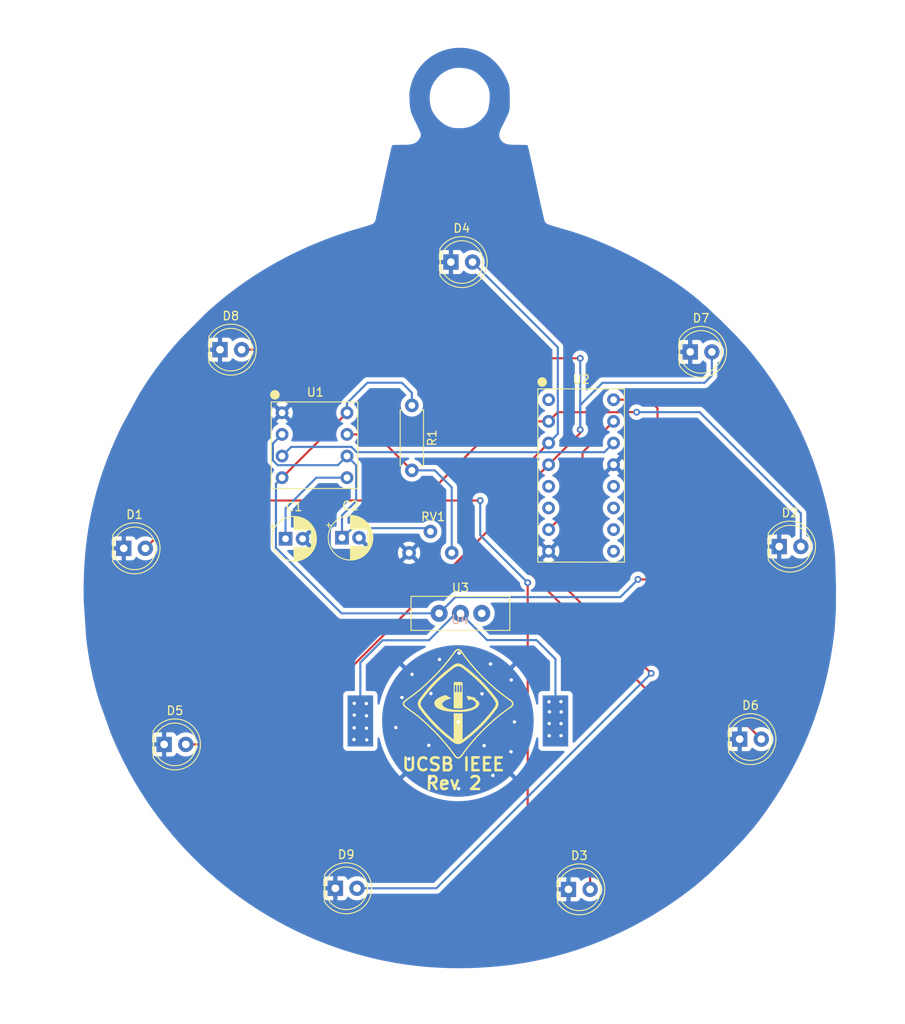
<source format=kicad_pcb>
(kicad_pcb (version 20211014) (generator pcbnew)
  (title_block (title "IEEE Ball ornament") (date "2022-08-12") (rev "1"))
  (layers (0 "F.Cu" signal) (31 "B.Cu" signal) (34 "B.Paste" user) (35 "F.Paste" user) (36 "B.SilkS" user "B.Silkscreen") (37 "F.SilkS" user "F.Silkscreen") (38 "B.Mask" user) (39 "F.Mask" user) (44 "Edge.Cuts" user))
  (net 0 "")
  (net 1 "GND")
  (net 2 "Net-(C1-Pad1)")
  (net 3 "Net-(C2-Pad1)")
  (net 4 "Net-(D1-Pad2)")
  (net 5 "Net-(D4-Pad2)")
  (net 6 "Net-(D7-Pad2)")
  (net 7 "Net-(R1-Pad2)")
  (net 8 "Signal")
  (net 9 "Net-(U3-Pad2)")
  (net 10 "Net-(U2-Pad15)")
  (net 11 "+3.3V")
  (footprint "Capacitor_THT:CP_Radial_D5.0mm_P2.00mm" (layer "F.Cu") (at 114.407 96.142)
    (fp_text reference "C1" (at 1 -3.75) (layer "F.SilkS"))
    (fp_text value "0.01 uF")
    (pad "1" thru_hole rect locked (at 0 0) (size 1.6 1.6) (drill 0.8) (layers *.Cu *.Mask) (net 2 "Net-(C1-Pad1)"))
    (pad "2" thru_hole circle locked (at 2 0) (size 1.6 1.6) (drill 0.8) (layers *.Cu *.Mask) (net 1 "GND"))
  )
  (footprint "Capacitor_THT:CP_Radial_D5.0mm_P2.00mm" (layer "F.Cu") (at 121.033 96.022)
    (fp_text reference "C2" (at 1 -3.75) (layer "F.SilkS"))
    (fp_text value "10 uF")
    (pad "1" thru_hole rect locked (at 0 0) (size 1.6 1.6) (drill 0.8) (layers *.Cu *.Mask) (net 3 "Net-(C2-Pad1)"))
    (pad "2" thru_hole circle locked (at 2 0) (size 1.6 1.6) (drill 0.8) (layers *.Cu *.Mask) (net 1 "GND"))
  )
  (footprint "LED_THT:LED_D5.0mm_Clear" (layer "F.Cu") (at 95.414 97.266)
    (fp_text reference "D1" (at 1.27 -3.96) (layer "F.SilkS"))
    (fp_text value "YELLOW")
    (pad "1" thru_hole rect locked (at 0 0) (size 1.8 1.8) (drill 0.9) (layers *.Cu *.Mask) (net 1 "GND"))
    (pad "2" thru_hole circle locked (at 2.54 0) (size 1.8 1.8) (drill 0.9) (layers *.Cu *.Mask) (net 4 "Net-(D1-Pad2)"))
  )
  (footprint "LED_THT:LED_D5.0mm_Clear" (layer "F.Cu") (at 172.35 97.061)
    (fp_text reference "D2" (at 1.27 -3.96) (layer "F.SilkS"))
    (fp_text value "YELLOW")
    (pad "1" thru_hole rect locked (at 0 0) (size 1.8 1.8) (drill 0.9) (layers *.Cu *.Mask) (net 1 "GND"))
    (pad "2" thru_hole circle locked (at 2.54 0) (size 1.8 1.8) (drill 0.9) (layers *.Cu *.Mask) (net 4 "Net-(D1-Pad2)"))
  )
  (footprint "LED_THT:LED_D5.0mm_Clear" (layer "F.Cu") (at 147.616 137.286)
    (fp_text reference "D3" (at 1.27 -3.96) (layer "F.SilkS"))
    (fp_text value "YELLOW")
    (pad "1" thru_hole rect locked (at 0 0) (size 1.8 1.8) (drill 0.9) (layers *.Cu *.Mask) (net 1 "GND"))
    (pad "2" thru_hole circle locked (at 2.54 0) (size 1.8 1.8) (drill 0.9) (layers *.Cu *.Mask) (net 4 "Net-(D1-Pad2)"))
  )
  (footprint "LED_THT:LED_D5.0mm_Clear" (layer "F.Cu") (at 133.816 63.669)
    (fp_text reference "D4" (at 1.27 -3.96) (layer "F.SilkS"))
    (fp_text value "RED")
    (pad "1" thru_hole rect locked (at 0 0) (size 1.8 1.8) (drill 0.9) (layers *.Cu *.Mask) (net 1 "GND"))
    (pad "2" thru_hole circle locked (at 2.54 0) (size 1.8 1.8) (drill 0.9) (layers *.Cu *.Mask) (net 5 "Net-(D4-Pad2)"))
  )
  (footprint "LED_THT:LED_D5.0mm_Clear" (layer "F.Cu") (at 100.16 120.276)
    (fp_text reference "D5" (at 1.27 -3.96) (layer "F.SilkS"))
    (fp_text value "RED")
    (pad "1" thru_hole rect locked (at 0 0) (size 1.8 1.8) (drill 0.9) (layers *.Cu *.Mask) (net 1 "GND"))
    (pad "2" thru_hole circle locked (at 2.54 0) (size 1.8 1.8) (drill 0.9) (layers *.Cu *.Mask) (net 5 "Net-(D4-Pad2)"))
  )
  (footprint "LED_THT:LED_D5.0mm_Clear" (layer "F.Cu") (at 167.708 119.659)
    (fp_text reference "D6" (at 1.27 -3.96) (layer "F.SilkS"))
    (fp_text value "RED")
    (pad "1" thru_hole rect locked (at 0 0) (size 1.8 1.8) (drill 0.9) (layers *.Cu *.Mask) (net 1 "GND"))
    (pad "2" thru_hole circle locked (at 2.54 0) (size 1.8 1.8) (drill 0.9) (layers *.Cu *.Mask) (net 5 "Net-(D4-Pad2)"))
  )
  (footprint "LED_THT:LED_D5.0mm_Clear" (layer "F.Cu") (at 161.906 74.214)
    (fp_text reference "D7" (at 1.27 -3.96) (layer "F.SilkS"))
    (fp_text value "RED")
    (pad "1" thru_hole rect locked (at 0 0) (size 1.8 1.8) (drill 0.9) (layers *.Cu *.Mask) (net 1 "GND"))
    (pad "2" thru_hole circle locked (at 2.54 0) (size 1.8 1.8) (drill 0.9) (layers *.Cu *.Mask) (net 6 "Net-(D7-Pad2)"))
  )
  (footprint "LED_THT:LED_D5.0mm_Clear" (layer "F.Cu") (at 106.713 73.949)
    (fp_text reference "D8" (at 1.27 -3.96) (layer "F.SilkS"))
    (fp_text value "RED")
    (pad "1" thru_hole rect locked (at 0 0) (size 1.8 1.8) (drill 0.9) (layers *.Cu *.Mask) (net 1 "GND"))
    (pad "2" thru_hole circle locked (at 2.54 0) (size 1.8 1.8) (drill 0.9) (layers *.Cu *.Mask) (net 6 "Net-(D7-Pad2)"))
  )
  (footprint "LED_THT:LED_D5.0mm_Clear" (layer "F.Cu") (at 120.252 137.163)
    (fp_text reference "D9" (at 1.27 -3.96) (layer "F.SilkS"))
    (fp_text value "RED")
    (pad "1" thru_hole rect locked (at 0 0) (size 1.8 1.8) (drill 0.9) (layers *.Cu *.Mask) (net 1 "GND"))
    (pad "2" thru_hole circle locked (at 2.54 0) (size 1.8 1.8) (drill 0.9) (layers *.Cu *.Mask) (net 6 "Net-(D7-Pad2)"))
  )
  (footprint "Resistor_THT:R_Axial_DIN0207_L6.3mm_D2.5mm_P7.62mm_Horizontal" (layer "F.Cu") (at 129.232 80.495 -90)
    (fp_text reference "R1" (at 3.81 -2.37 -90) (layer "F.SilkS"))
    (fp_text value "1K")
    (pad "1" thru_hole circle (at 0 0 270) (size 1.6 1.6) (drill 0.8) (layers *.Cu *.Mask) (net 11 "+3.3V"))
    (pad "2" thru_hole oval (at 7.62 0 270) (size 1.6 1.6) (drill 0.8) (layers *.Cu *.Mask) (net 7 "Net-(R1-Pad2)"))
  )
  (footprint "IEEE_Ornament:CT6EP504" (layer "F.Cu") (at 131.412 97.796)
    (fp_text reference "RV1" (at 0.3175 -4.232) (layer "F.SilkS"))
    (fp_text value "R_Potentiometer_US")
    (pad "1" thru_hole circle locked (at 2.5 0) (size 1.6 1.6) (drill 0.8) (layers *.Cu *.Mask) (net 7 "Net-(R1-Pad2)"))
    (pad "2" thru_hole circle locked (at 0 -2.5) (size 1.6 1.6) (drill 0.8) (layers *.Cu *.Mask) (net 3 "Net-(C2-Pad1)"))
    (pad "3" thru_hole circle locked (at -2.5 0) (size 1.6 1.6) (drill 0.8) (layers *.Cu *.Mask) (net 1 "GND"))
  )
  (footprint "IEEE_Ornament:555" (layer "F.Cu") (at 113.998 81.354)
    (fp_text reference "U1" (at 3.91 -2.41) (layer "F.SilkS"))
    (fp_text value "555")
    (pad "1" thru_hole circle locked (at 0 0) (size 1.5 1.5) (drill 0.8) (layers *.Cu *.Mask) (net 1 "GND"))
    (pad "2" thru_hole circle locked (at 0 2.54) (size 1.5 1.5) (drill 0.8) (layers *.Cu *.Mask) (net 3 "Net-(C2-Pad1)"))
    (pad "3" thru_hole circle locked (at 0 5.08) (size 1.5 1.5) (drill 0.8) (layers *.Cu *.Mask) (net 8 "Signal"))
    (pad "4" thru_hole circle locked (at 0 7.62) (size 1.5 1.5) (drill 0.8) (layers *.Cu *.Mask) (net 11 "+3.3V"))
    (pad "5" thru_hole circle locked (at 7.62 7.62) (size 1.5 1.5) (drill 0.8) (layers *.Cu *.Mask) (net 2 "Net-(C1-Pad1)"))
    (pad "6" thru_hole circle locked (at 7.62 5.08) (size 1.5 1.5) (drill 0.8) (layers *.Cu *.Mask) (net 3 "Net-(C2-Pad1)"))
    (pad "7" thru_hole circle locked (at 7.62 2.54) (size 1.5 1.5) (drill 0.8) (layers *.Cu *.Mask) (net 7 "Net-(R1-Pad2)"))
    (pad "8" thru_hole circle locked (at 7.62 0) (size 1.5 1.5) (drill 0.8) (layers *.Cu *.Mask) (net 11 "+3.3V"))
  )
  (footprint "IEEE_Ornament:4017" (layer "F.Cu") (at 145.288 79.826)
    (fp_text reference "U2" (at 3.82 -2.39) (layer "F.SilkS"))
    (fp_text value "4017")
    (pad "1" thru_hole circle locked (at 0 0) (size 1.5 1.5) (drill 0.8) (layers *.Cu *.Mask))
    (pad "2" thru_hole circle locked (at 0 2.54) (size 1.5 1.5) (drill 0.8) (layers *.Cu *.Mask) (net 4 "Net-(D1-Pad2)"))
    (pad "3" thru_hole circle locked (at 0 5.08) (size 1.5 1.5) (drill 0.8) (layers *.Cu *.Mask) (net 5 "Net-(D4-Pad2)"))
    (pad "4" thru_hole circle locked (at 0 7.62) (size 1.5 1.5) (drill 0.8) (layers *.Cu *.Mask) (net 6 "Net-(D7-Pad2)"))
    (pad "5" thru_hole circle locked (at 0 10.16) (size 1.5 1.5) (drill 0.8) (layers *.Cu *.Mask))
    (pad "6" thru_hole circle locked (at 0 12.7) (size 1.5 1.5) (drill 0.8) (layers *.Cu *.Mask))
    (pad "7" thru_hole circle locked (at 0 15.24) (size 1.5 1.5) (drill 0.8) (layers *.Cu *.Mask) (net 10 "Net-(U2-Pad15)"))
    (pad "8" thru_hole circle locked (at 0 17.78) (size 1.5 1.5) (drill 0.8) (layers *.Cu *.Mask) (net 1 "GND"))
    (pad "9" thru_hole circle locked (at 7.62 17.78) (size 1.5 1.5) (drill 0.8) (layers *.Cu *.Mask))
    (pad "10" thru_hole circle locked (at 7.62 15.24) (size 1.5 1.5) (drill 0.8) (layers *.Cu *.Mask))
    (pad "11" thru_hole circle locked (at 7.62 12.7) (size 1.5 1.5) (drill 0.8) (layers *.Cu *.Mask))
    (pad "12" thru_hole circle locked (at 7.62 10.16) (size 1.5 1.5) (drill 0.8) (layers *.Cu *.Mask))
    (pad "13" thru_hole circle locked (at 7.62 7.62) (size 1.5 1.5) (drill 0.8) (layers *.Cu *.Mask) (net 1 "GND"))
    (pad "14" thru_hole circle locked (at 7.62 5.08) (size 1.5 1.5) (drill 0.8) (layers *.Cu *.Mask) (net 8 "Signal"))
    (pad "15" thru_hole circle locked (at 7.62 2.54) (size 1.5 1.5) (drill 0.8) (layers *.Cu *.Mask) (net 10 "Net-(U2-Pad15)"))
    (pad "16" thru_hole circle locked (at 7.62 0) (size 1.5 1.5) (drill 0.8) (layers *.Cu *.Mask) (net 11 "+3.3V"))
  )
  (footprint "IEEE_Ornament:EG1218" (layer "F.Cu") (at 134.936 104.897)
    (fp_text reference "U3" (at 0 -3) (layer "F.SilkS"))
    (fp_text value "EG1218")
    (pad "1" thru_hole circle locked (at -2.5 0) (size 2 2) (drill 0.9) (layers *.Cu *.Mask) (net 11 "+3.3V"))
    (pad "2" thru_hole circle locked (at 0 0) (size 2 2) (drill 0.9) (layers *.Cu *.Mask) (net 9 "Net-(U3-Pad2)"))
    (pad "3" thru_hole circle locked (at 2.5 0) (size 2 2) (drill 0.9) (layers *.Cu *.Mask))
  )
  (footprint "IEEE_Ornament:CR2025TR" (layer "F.Cu") (at 134.637 117.525)
    (fp_text reference "U4" (at 0.23 -11.89) (layer "B.SilkS"))
    (fp_text value "CR2025TR")
    (pad "1" smd rect (at -11.45 0) (size 3 6) (layers "B.Cu" "B.Paste" "B.Mask") (net 9 "Net-(U3-Pad2)"))
    (pad "1" smd rect (at 11.45 0) (size 3 6) (layers "B.Cu" "B.Paste" "B.Mask") (net 9 "Net-(U3-Pad2)"))
    (pad "2" smd circle (at 0 0) (size 17.8 17.8) (layers "B.Cu" "B.Paste" "B.Mask") (net 1 "GND"))
  )
  (footprint "OrnamentOutlines:BallOrnament" (layer "F.Cu") (at 132.213 107.473)
    (fp_text reference "REF**" hide)
    (fp_text value "BallOrnament")
    (fp_line (start 47.311624 -6.000966) (end 47.301313 -2.921115) (layer "Edge.Cuts") (width 0.0045))
    (fp_line (start -8.820676 -48.402761) (end -8.467621 -48.505601) (layer "Edge.Cuts") (width 0.0045))
    (fp_line (start -3.687673 -61.856649) (end -3.755764 -62.600458) (layer "Edge.Cuts") (width 0.0045))
    (fp_line (start 13.207101 -48.702294) (end 13.613836 -48.566611) (layer "Edge.Cuts") (width 0.0045))
    (fp_line (start 32.152431 28.46695) (end 30.554324 29.838632) (layer "Edge.Cuts") (width 0.0045))
    (fp_line (start -38.800022 11.68198) (end -40.163752 7.856103) (layer "Edge.Cuts") (width 0.0045))
    (fp_line (start -8.151481 -48.60914) (end -7.891355 -48.703901) (layer "Edge.Cuts") (width 0.0045))
    (fp_line (start -3.060734 -60.105568) (end -3.39841 -60.816062) (layer "Edge.Cuts") (width 0.0045))
    (fp_line (start -5.024154 -58.058494) (end -4.28971 -58.06802) (layer "Edge.Cuts") (width 0.0045))
    (fp_line (start -2.62635 -59.200694) (end -2.825094 -59.628918) (layer "Edge.Cuts") (width 0.0045))
    (fp_line (start 31.95213 -38.924481) (end 33.74873 -37.225117) (layer "Edge.Cuts") (width 0.0045))
    (fp_line (start 8.589911 -65.541554) (end 8.832224 -64.954086) (layer "Edge.Cuts") (width 0.0045))
    (fp_line (start 35.504009 -35.466226) (end 36.774789 -34.06802) (layer "Edge.Cuts") (width 0.0045))
    (fp_line (start -8.467621 -48.505601) (end -8.151481 -48.60914) (layer "Edge.Cuts") (width 0.0045))
    (fp_line (start 30.554324 -40.123836) (end 31.95213 -38.924481) (layer "Edge.Cuts") (width 0.0045))
    (fp_line (start 13.613836 -48.566611) (end 14.099911 -48.415381) (layer "Edge.Cuts") (width 0.0045))
    (fp_line (start 34.195878 26.503465) (end 32.152431 28.46695) (layer "Edge.Cuts") (width 0.0045))
    (fp_line (start 11.738762 -54.863157) (end 12.095276 -53.186727) (layer "Edge.Cuts") (width 0.0045))
    (fp_line (start -41.728935 0.191324) (end -42.002091 -4.002493) (layer "Edge.Cuts") (width 0.0045))
    (fp_line (start 8.893505 -58.079251) (end 9.55976 -58.06802) (layer "Edge.Cuts") (width 0.0045))
    (fp_line (start -7.462036 -50.097273) (end -7.146895 -51.512866) (layer "Edge.Cuts") (width 0.0045))
    (fp_line (start -6.79459 -53.173363) (end -6.439347 -54.846816) (layer "Edge.Cuts") (width 0.0045))
    (fp_line (start 8.785532 -60.968137) (end 8.391824 -60.14983) (layer "Edge.Cuts") (width 0.0045))
    (fp_line (start 47.301313 -2.921115) (end 47.153342 -0.618019) (layer "Edge.Cuts") (width 0.0045))
    (fp_line (start 9.012281 -63.939481) (end 9.027848 -63.000065) (layer "Edge.Cuts") (width 0.0045))
    (fp_line (start -7.146895 -51.512866) (end -6.79459 -53.173363) (layer "Edge.Cuts") (width 0.0045))
    (fp_line (start -4.28971 -58.06802) (end -3.635136 -58.07968) (layer "Edge.Cuts") (width 0.0045))
    (fp_line (start 12.095276 -53.186727) (end 12.449424 -51.522319) (layer "Edge.Cuts") (width 0.0045))
    (fp_line (start -37.468291 -24.84302) (end -35.421592 -28.577318) (layer "Edge.Cuts") (width 0.0045))
    (fp_line (start 9.55976 -58.06802) (end 10.306671 -58.058543) (layer "Edge.Cuts") (width 0.0045))
    (fp_line (start 8.391824 -60.14983) (end 7.935908 -59.225186) (layer "Edge.Cuts") (width 0.0045))
    (fp_line (start 12.766398 -50.103139) (end 13.05386 -48.860193) (layer "Edge.Cuts") (width 0.0045))
    (fp_line (start 33.74873 -37.225117) (end 35.504009 -35.466226) (layer "Edge.Cuts") (width 0.0045))
    (fp_line (start -7.747861 -48.856924) (end -7.462036 -50.097273) (layer "Edge.Cuts") (width 0.0045))
    (fp_line (start 11.125972 -57.569356) (end 11.414246 -56.321098) (layer "Edge.Cuts") (width 0.0045))
    (fp_line (start 11.414246 -56.321098) (end 11.738762 -54.863157) (layer "Edge.Cuts") (width 0.0045))
    (fp_line (start 9.027848 -63.000065) (end 9.012947 -61.974365) (layer "Edge.Cuts") (width 0.0045))
    (fp_line (start -3.755764 -62.600458) (end -3.781833 -63.305302) (layer "Edge.Cuts") (width 0.0045))
    (fp_line (start -6.439347 -54.846816) (end -6.114898 -56.304167) (layer "Edge.Cuts") (width 0.0045))
    (fp_line (start 12.449424 -51.522319) (end 12.766398 -50.103139) (layer "Edge.Cuts") (width 0.0045))
    (fp_line (start -2.467985 -58.837782) (end -2.62635 -59.200694) (layer "Edge.Cuts") (width 0.0045))
    (fp_line (start -3.674132 -64.341014) (end -3.514332 -64.940487) (layer "Edge.Cuts") (width 0.0045))
    (fp_line (start 37.507318 22.931981) (end 36.164082 24.482613) (layer "Edge.Cuts") (width 0.0045))
    (fp_line (start -30.574633 -35.072939) (end -27.570676 -38.107152) (layer "Edge.Cuts") (width 0.0045))
    (fp_line (start 36.164082 24.482613) (end 34.195878 26.503465) (layer "Edge.Cuts") (width 0.0045))
    (fp_line (start 14.099911 -48.415381) (end 14.654324 -48.256324) (layer "Edge.Cuts") (width 0.0045))
    (fp_line (start -2.825094 -59.628918) (end -3.060734 -60.105568) (layer "Edge.Cuts") (width 0.0045))
    (fp_line (start 47.210995 -9.046182) (end 47.311624 -6.000966) (layer "Edge.Cuts") (width 0.0045))
    (fp_line (start -6.114898 -56.304167) (end -5.826658 -57.549692) (layer "Edge.Cuts") (width 0.0045))
    (fp_arc (start -2.526256 -58.539773) (mid -2.56876 -58.480141) (end -2.615006 -58.423361) (layer "Edge.Cuts") (width 0.0045))
    (fp_arc (start 4.917105 -65.044703) (mid 5.116667 -64.804808) (end 5.298841 -64.551456) (layer "Edge.Cuts") (width 0.0045))
    (fp_arc (start 5.517828 -64.102099) (mid 5.598748 -63.786925) (end 5.636556 -63.463733) (layer "Edge.Cuts") (width 0.0045))
    (fp_arc (start 1.70708 -60.128539) (mid 1.428375 -60.232158) (end 1.166591 -60.373162) (layer "Edge.Cuts") (width 0.0045))
    (fp_arc (start -7.747862 -48.856924) (mid -7.769545 -48.80225) (end -7.806395 -48.756408) (layer "Edge.Cuts") (width 0.0045))
    (fp_arc (start 10.903774 -57.934905) (mid 10.983602 -57.871039) (end 11.04352 -57.788205) (layer "Edge.Cuts") (width 0.0045))
    (fp_arc (start 2.100461 -69.440593) (mid 3.389267 -69.426119) (end 4.651569 -69.165685) (layer "Edge.Cuts") (width 0.0045))
    (fp_arc (start 8.956329 -64.489252) (mid 8.993824 -64.215335) (end 9.012281 -63.939481) (layer "Edge.Cuts") (width 0.0045))
    (fp_arc (start 9.012947 -61.974365) (mid 8.992508 -61.710746) (end 8.947213 -61.450245) (layer "Edge.Cuts") (width 0.0045))
    (fp_arc (start 5.871396 -68.63289) (mid 6.433254 -68.265587) (end 6.951425 -67.838863) (layer "Edge.Cuts") (width 0.0045))
    (fp_arc (start -3.583216 -61.330498) (mid -3.645408 -61.591595) (end -3.687673 -61.856649) (layer "Edge.Cuts") (width 0.0045))
    (fp_arc (start 26.362759 32.79281) (mid 24.148886 34.090615) (end 21.866131 35.263031) (layer "Edge.Cuts") (width 0.0045))
    (fp_arc (start 11.04352 -57.788205) (mid 11.091922 -57.681484) (end 11.125972 -57.569356) (layer "Edge.Cuts") (width 0.0045))
    (fp_arc (start 4.78421 -60.872456) (mid 4.531951 -60.652603) (end 4.258822 -60.45929) (layer "Edge.Cuts") (width 0.0045))
    (fp_arc (start 0.149712 -61.313559) (mid -0.024261 -61.578645) (end -0.163507 -61.86351) (layer "Edge.Cuts") (width 0.0045))
    (fp_arc (start 12.365622 38.548373) (mid 10.259437 38.954014) (end 8.13584 39.255504) (layer "Edge.Cuts") (width 0.0045))
    (fp_arc (start -2.719987 -58.316268) (mid -2.814526 -58.246079) (end -2.920814 -58.195415) (layer "Edge.Cuts") (width 0.0045))
    (fp_arc (start 13.207101 -48.702294) (mid 13.157292 -48.725321) (end 13.113302 -48.758127) (layer "Edge.Cuts") (width 0.0045))
    (fp_arc (start -23.4782 -41.456482) (mid -21.258814 -42.951967) (end -18.953025 -44.310453) (layer "Edge.Cuts") (width 0.0045))
    (fp_arc (start 46.01791 5.790707) (mid 45.133097 8.86545) (end 44.028275 11.868167) (layer "Edge.Cuts") (width 0.0045))
    (fp_arc (start -35.421592 -28.577318) (mid -34.330678 -30.287194) (end -33.157697 -31.94185) (layer "Edge.Cuts") (width 0.0045))
    (fp_arc (start -0.627 39.473447) (mid -2.742594 39.277999) (end -4.845676 38.976359) (layer "Edge.Cuts") (width 0.0045))
    (fp_arc (start 3.698435 -60.184012) (mid 3.412669 -60.100365) (end 3.118656 -60.053293) (layer "Edge.Cuts") (width 0.0045))
    (fp_arc (start 10.306671 -58.058542) (mid 10.496119 -58.046098) (end 10.683951 -58.018444) (layer "Edge.Cuts") (width 0.0045))
    (fp_arc (start -42.002092 -4.002493) (mid -41.99507 -6.777361) (end -41.833978 -9.547558) (layer "Edge.Cuts") (width 0.0045))
    (fp_arc (start -33.157696 -31.94185) (mid -31.904311 -33.538864) (end -30.574633 -35.072939) (layer "Edge.Cuts") (width 0.0045))
    (fp_arc (start 6.951425 -67.838863) (mid 7.43552 -67.343498) (end 7.864468 -66.79968) (layer "Edge.Cuts") (width 0.0045))
    (fp_arc (start 5.617839 -62.660522) (mid 5.567171 -62.27738) (end 5.489156 -61.898858) (layer "Edge.Cuts") (width 0.0045))
    (fp_arc (start -33.236843 21.555052) (mid -36.333838 16.796238) (end -38.800022 11.68198) (layer "Edge.Cuts") (width 0.0045))
    (fp_arc (start 8.173031 -58.189504) (mid 8.075013 -58.236172) (end 7.990038 -58.303734) (layer "Edge.Cuts") (width 0.0045))
    (fp_arc (start -0.378336 -63.215729) (mid -0.326059 -63.688604) (end -0.191974 -64.145075) (layer "Edge.Cuts") (width 0.0045))
    (fp_arc (start -41.833977 -9.547558) (mid -41.522781 -12.17365) (end -41.043821 -14.774381) (layer "Edge.Cuts") (width 0.0045))
    (fp_arc (start 18.77482 -46.864897) (mid 20.904242 -45.954657) (end 22.989665 -44.94769) (layer "Edge.Cuts") (width 0.0045))
    (fp_arc (start -5.600163 -57.930556) (mid -5.49818 -57.98422) (end -5.38787 -58.017568) (layer "Edge.Cuts") (width 0.0045))
    (fp_arc (start 0.623515 -60.789388) (mid 0.374666 -61.040675) (end 0.149711 -61.313559) (layer "Edge.Cuts") (width 0.0045))
    (fp_arc (start 14.654323 -48.256324) (mid 16.733828 -47.617635) (end 18.77482 -46.864896) (layer "Edge.Cuts") (width 0.0045))
    (fp_arc (start -2.615006 -58.423361) (mid -2.665896 -58.368245) (end -2.719988 -58.316268) (layer "Edge.Cuts") (width 0.0045))
    (fp_arc (start -0.191975 -64.145074) (mid 0.023124 -64.586481) (end 0.305735 -64.988026) (layer "Edge.Cuts") (width 0.0045))
    (fp_arc (start 3.564615 -65.955736) (mid 3.793761 -65.883442) (end 4.013442 -65.786107) (layer "Edge.Cuts") (width 0.0045))
    (fp_arc (start -2.317751 -67.153315) (mid -1.410918 -68.041597) (end -0.346803 -68.733733) (layer "Edge.Cuts") (width 0.0045))
    (fp_arc (start 8.893504 -58.079251) (mid 8.677296 -58.092789) (end 8.462228 -58.118772) (layer "Edge.Cuts") (width 0.0045))
    (fp_arc (start 22.989665 -44.94769) (mid 25.027122 -43.845896) (end 27.011899 -42.651809) (layer "Edge.Cuts") (width 0.0045))
    (fp_arc (start 43.443717 -23.501179) (mid 44.635155 -20.562044) (end 45.616861 -17.54637) (layer "Edge.Cuts") (width 0.0045))
    (fp_arc (start -14.047856 -46.634864) (mid -11.459361 -47.593012) (end -8.820676 -48.402761) (layer "Edge.Cuts") (width 0.0045))
    (fp_arc (start 3.002318 -66.060147) (mid 3.2852 -66.017276) (end 3.564615 -65.955737) (layer "Edge.Cuts") (width 0.0045))
    (fp_arc (start -3.210766 -58.120647) (mid -3.42233 -58.093731) (end -3.635136 -58.07968) (layer "Edge.Cuts") (width 0.0045))
    (fp_arc (start 4.013442 -65.786107) (mid 4.246001 -65.649864) (end 4.461482 -65.487956) (layer "Edge.Cuts") (width 0.0045))
    (fp_arc (start -41.043822 -14.774381) (mid -40.40246 -17.323088) (end -39.59783 -19.825051) (layer "Edge.Cuts") (width 0.0045))
    (fp_arc (start -39.597829 -19.825051) (mid -38.605688 -22.364858) (end -37.468291 -24.84302) (layer "Edge.Cuts") (width 0.0045))
    (fp_arc (start -0.346803 -68.733733) (mid 0.842027 -69.207651) (end 2.100461 -69.440592) (layer "Edge.Cuts") (width 0.0045))
    (fp_arc (start -0.163507 -61.863511) (mid -0.267708 -62.167943) (end -0.333567 -62.482902) (layer "Edge.Cuts") (width 0.0045))
    (fp_arc (start 13.113302 -48.758127) (mid 13.0759 -48.804686) (end 13.05386 -48.860193) (layer "Edge.Cuts") (width 0.0045))
    (fp_arc (start -7.806395 -48.756408) (mid -7.846369 -48.726099) (end -7.891355 -48.703901) (layer "Edge.Cuts") (width 0.0045))
    (fp_arc (start 36.774789 -34.06802) (mid 38.72108 -31.610598) (end 40.487595 -29.020927) (layer "Edge.Cuts") (width 0.0045))
    (fp_arc (start 30.554324 29.838633) (mid 28.499791 31.374248) (end 26.36276 32.79281) (layer "Edge.Cuts") (width 0.0045))
    (fp_arc (start 44.028275 11.868167) (mid 42.7106 14.779764) (end 41.185587 17.588323) (layer "Edge.Cuts") (width 0.0045))
    (fp_arc (start -25.34687 29.737175) (mid -29.550935 25.895942) (end -33.236843 21.555053) (layer "Edge.Cuts") (width 0.0045))
    (fp_arc (start 47.153341 -0.61802) (mid 46.695679 2.605842) (end 46.01791 5.790707) (layer "Edge.Cuts") (width 0.0045))
    (fp_arc (start 10.68395 -58.018444) (mid 10.797565 -57.986417) (end 10.903774 -57.934906) (layer "Edge.Cuts") (width 0.0045))
    (fp_arc (start 40.487596 -29.020927) (mid 42.064159 -26.313806) (end 43.443717 -23.501179) (layer "Edge.Cuts") (width 0.0045))
    (fp_arc (start 8.832225 -64.954086) (mid 8.904774 -64.724472) (end 8.956329 -64.489252) (layer "Edge.Cuts") (width 0.0045))
    (fp_arc (start -2.920814 -58.195415) (mid -3.064003 -58.151102) (end -3.210766 -58.120647) (layer "Edge.Cuts") (width 0.0045))
    (fp_arc (start 21.866132 35.263031) (mid 19.543178 36.29608) (end 17.165792 37.196827) (layer "Edge.Cuts") (width 0.0045))
    (fp_arc (start -40.163752 7.856104) (mid -40.692082 5.98231) (end -41.128081 4.084906) (layer "Edge.Cuts") (width 0.0045))
    (fp_arc (start -27.570676 -38.107152) (mid -25.576924 -39.845948) (end -23.4782 -41.456482) (layer "Edge.Cuts") (width 0.0045))
    (fp_arc (start 8.462229 -58.118772) (mid 8.316023 -58.147567) (end 8.173031 -58.189504) (layer "Edge.Cuts") (width 0.0045))
    (fp_arc (start 17.165792 37.196827) (mid 14.785842 37.944112) (end 12.365622 38.548372) (layer "Edge.Cuts") (width 0.0045))
    (fp_arc (start -3.757498 -63.838723) (mid -3.72356 -64.091154) (end -3.674132 -64.341014) (layer "Edge.Cuts") (width 0.0045))
    (fp_arc (start -41.128081 4.084906) (mid -41.475509 2.145368) (end -41.728935 0.191324) (layer "Edge.Cuts") (width 0.0045))
    (fp_arc (start -2.467985 -58.837782) (mid -2.45131 -58.784285) (end -2.445676 -58.728533) (layer "Edge.Cuts") (width 0.0045))
    (fp_arc (start 2.43182 -66.089165) (mid 2.717551 -66.08413) (end 3.002318 -66.060147) (layer "Edge.Cuts") (width 0.0045))
    (fp_arc (start -0.333567 -62.482901) (mid -0.371228 -62.848381) (end -0.378336 -63.215728) (layer "Edge.Cuts") (width 0.0045))
    (fp_arc (start 8.947213 -61.450246) (mid 8.878922 -61.204983) (end 8.785532 -60.968137) (layer "Edge.Cuts") (width 0.0045))
    (fp_arc (start 7.821009 -58.559574) (mid 7.789866 -58.690715) (end 7.798641 -58.825222) (layer "Edge.Cuts") (width 0.0045))
    (fp_arc (start -4.845676 38.976359) (mid -10.361666 37.674937) (end -15.666104 35.679245) (layer "Edge.Cuts") (width 0.0045))
    (fp_arc (start -3.514332 -64.940487) (mid -3.027516 -66.107181) (end -2.317751 -67.153315) (layer "Edge.Cuts") (width 0.0045))
    (fp_arc (start 4.651569 -69.165685) (mid 5.276446 -68.933547) (end 5.871395 -68.63289) (layer "Edge.Cuts") (width 0.0045))
    (fp_arc (start -5.826657 -57.549692) (mid -5.791304 -57.665938) (end -5.741094 -57.776581) (layer "Edge.Cuts") (width 0.0045))
    (fp_arc (start 4.461481 -65.487956) (mid 4.697053 -65.274306) (end 4.917104 -65.044703) (layer "Edge.Cuts") (width 0.0045))
    (fp_arc (start -2.445676 -58.728533) (mid -2.450314 -58.687592) (end -2.463993 -58.648727) (layer "Edge.Cuts") (width 0.0045))
    (fp_arc (start 5.636557 -63.463732) (mid 5.641722 -63.061789) (end 5.61784 -62.660522) (layer "Edge.Cuts") (width 0.0045))
    (fp_arc (start 45.616861 -17.54637) (mid 46.410069 -14.396903) (end 46.995215 -11.202232) (layer "Edge.Cuts") (width 0.0045))
    (fp_arc (start 8.13584 39.255504) (mid 5.947757 39.460741) (end 3.752575 39.565638) (layer "Edge.Cuts") (width 0.0045))
    (fp_arc (start 7.864467 -66.79968) (mid 8.25608 -66.187276) (end 8.589911 -65.541554) (layer "Edge.Cuts") (width 0.0045))
    (fp_arc (start 2.327216 -60.028473) (mid 2.013969 -60.058807) (end 1.707081 -60.128539) (layer "Edge.Cuts") (width 0.0045))
    (fp_arc (start -5.741094 -57.776581) (mid -5.680295 -57.862416) (end -5.600163 -57.930556) (layer "Edge.Cuts") (width 0.0045))
    (fp_arc (start 41.185587 17.588324) (mid 39.438916 20.323799) (end 37.507318 22.931981) (layer "Edge.Cuts") (width 0.0045))
    (fp_arc (start 1.958052 -66.028156) (mid 2.193218 -66.071995) (end 2.431819 -66.089165) (layer "Edge.Cuts") (width 0.0045))
    (fp_arc (start 5.259901 -61.412186) (mid 5.033001 -61.132674) (end 4.784211 -60.872456) (layer "Edge.Cuts") (width 0.0045))
    (fp_arc (start 1.166592 -60.373162) (mid 0.885598 -60.568938) (end 0.623515 -60.789388) (layer "Edge.Cuts") (width 0.0045))
    (fp_arc (start 5.29884 -64.551456) (mid 5.423482 -64.33416) (end 5.517828 -64.102099) (layer "Edge.Cuts") (width 0.0045))
    (fp_arc (start -3.398411 -60.816062) (mid -3.500224 -61.0699) (end -3.583216 -61.330499) (layer "Edge.Cuts") (width 0.0045))
    (fp_arc (start -3.781833 -63.305301) (mid -3.777298 -63.57236) (end -3.757498 -63.838722) (layer "Edge.Cuts") (width 0.0045))
    (fp_arc (start -2.463993 -58.648727) (mid -2.493273 -58.593192) (end -2.526255 -58.539773) (layer "Edge.Cuts") (width 0.0045))
    (fp_arc (start 3.752576 39.565637) (mid 1.56173 39.569815) (end -0.627 39.473447) (layer "Edge.Cuts") (width 0.0045))
    (fp_arc (start 46.995215 -11.202232) (mid 47.129318 -10.12683) (end 47.210995 -9.046182) (layer "Edge.Cuts") (width 0.0045))
    (fp_arc (start 3.118656 -60.053293) (mid 2.723335 -60.028126) (end 2.327215 -60.028473) (layer "Edge.Cuts") (width 0.0045))
    (fp_arc (start 0.305736 -64.988026) (mid 0.653108 -65.344974) (end 1.052086 -65.643127) (layer "Edge.Cuts") (width 0.0045))
    (fp_arc (start -15.666104 35.679245) (mid -20.694778 33.014972) (end -25.34687 29.737175) (layer "Edge.Cuts") (width 0.0045))
    (fp_arc (start 4.258822 -60.459291) (mid 3.986132 -60.306377) (end 3.698435 -60.184013) (layer "Edge.Cuts") (width 0.0045))
    (fp_arc (start 27.0119 -42.651809) (mid 28.818045 -41.436773) (end 30.554324 -40.123836) (layer "Edge.Cuts") (width 0.0045))
    (fp_arc (start -18.953025 -44.310453) (mid -16.5351 -45.545799) (end -14.047856 -46.634864) (layer "Edge.Cuts") (width 0.0045))
    (fp_arc (start 7.79864 -58.825222) (mid 7.855627 -59.029201) (end 7.935908 -59.225186) (layer "Edge.Cuts") (width 0.0045))
    (fp_arc (start -5.38787 -58.017568) (mid -5.206894 -58.045866) (end -5.024154 -58.058494) (layer "Edge.Cuts") (width 0.0045))
    (fp_arc (start 1.052086 -65.643127) (mid 1.489508 -65.872258) (end 1.958053 -66.028155) (layer "Edge.Cuts") (width 0.0045))
    (fp_arc (start 5.489156 -61.898858) (mid 5.399085 -61.643955) (end 5.259901 -61.412187) (layer "Edge.Cuts") (width 0.0045))
    (fp_arc (start 7.990038 -58.303734) (mid 7.892588 -58.423107) (end 7.821008 -58.559573) (layer "Edge.Cuts") (width 0.0045))
  )
  (footprint "custom parts:UCSB_IEEE_Logo" (layer "F.Cu") (at 134.667 115.507)
    (fp_text reference "REF**" hide)
    (fp_text value "UCSB_IEEE_Logo" hide)
  )
  (gr_text "Rev 2" (at 134.152 124.823) (layer "F.SilkS") (effects (font (size 1.5 1.5) (thickness 0.3))))
  (gr_text "UCSB IEEE" (at 134.105 122.622) (layer "F.SilkS") (effects (font (size 1.5 1.5) (thickness 0.3))))
  (via (at 129.258 112.056) (size 0.8) (drill 0.4) (layers "F.Cu" "B.Cu") (net 1))
  (via (at 131.349 124.259) (size 0.8) (drill 0.4) (layers "F.Cu" "B.Cu") (net 1))
  (via (at 137.466 114.335) (size 0.8) (drill 0.4) (layers "F.Cu" "B.Cu") (net 1))
  (via (at 131.224 120.389) (size 0.8) (drill 0.4) (layers "F.Cu" "B.Cu") (net 1))
  (via (at 137.716 120.42) (size 0.8) (drill 0.4) (layers "F.Cu" "B.Cu") (net 1))
  (via (at 127.354 118.298) (size 0.8) (drill 0.4) (layers "F.Cu" "B.Cu") (net 1))
  (via (at 128.883 121.981) (size 0.8) (drill 0.4) (layers "F.Cu" "B.Cu") (net 1))
  (via (at 138.746 123.916) (size 0.8) (drill 0.4) (layers "F.Cu" "B.Cu") (net 1))
  (via (at 132.472 110.309) (size 0.8) (drill 0.4) (layers "F.Cu" "B.Cu") (net 1))
  (via (at 141.273 117.643) (size 0.8) (drill 0.4) (layers "F.Cu" "B.Cu") (net 1))
  (via (at 134.782 109.56) (size 0.8) (drill 0.4) (layers "F.Cu" "B.Cu") (net 1))
  (via (at 134.72 125.476) (size 0.8) (drill 0.4) (layers "F.Cu" "B.Cu") (net 1))
  (via (at 138.465 110.839) (size 0.8) (drill 0.4) (layers "F.Cu" "B.Cu") (net 1))
  (via (at 140.868 121.138) (size 0.8) (drill 0.4) (layers "F.Cu" "B.Cu") (net 1))
  (via (at 128.072 114.772) (size 0.8) (drill 0.4) (layers "F.Cu" "B.Cu") (net 1))
  (via (at 134.688 117.643) (size 0.8) (drill 0.4) (layers "F.Cu" "B.Cu") (net 1))
  (via (at 140.899 112.712) (size 0.8) (drill 0.4) (layers "F.Cu" "B.Cu") (net 1))
  (via (at 131.474 114.303) (size 0.8) (drill 0.4) (layers "F.Cu" "B.Cu") (net 1))
  (segment (start 118.022 88.974) (end 121.618 88.974) (width 0.25) (layer "B.Cu") (net 2))
  (segment (start 114.407 92.589) (end 118.022 88.974) (width 0.25) (layer "B.Cu") (net 2))
  (segment (start 114.407 96.142) (end 114.407 92.589) (width 0.25) (layer "B.Cu") (net 2))
  (segment (start 121.033 93.389) (end 121.033 96.022) (width 0.25) (layer "B.Cu") (net 3))
  (segment (start 122.693001 91.728999) (end 121.033 93.389) (width 0.25) (layer "B.Cu") (net 3))
  (segment (start 131.012999 94.896999) (end 131.412 95.296) (width 0.25) (layer "B.Cu") (net 3))
  (segment (start 112.922999 86.950001) (end 112.922999 84.969001) (width 0.25) (layer "B.Cu") (net 3))
  (segment (start 120.542999 87.509001) (end 113.481999 87.509001) (width 0.25) (layer "B.Cu") (net 3))
  (segment (start 112.922999 84.969001) (end 113.998 83.894) (width 0.25) (layer "B.Cu") (net 3))
  (segment (start 122.693001 87.509001) (end 122.693001 91.728999) (width 0.25) (layer "B.Cu") (net 3))
  (segment (start 122.250001 94.896999) (end 131.012999 94.896999) (width 0.25) (layer "B.Cu") (net 3))
  (segment (start 121.125 96.022) (end 122.250001 94.896999) (width 0.25) (layer "B.Cu") (net 3))
  (segment (start 121.618 86.434) (end 120.542999 87.509001) (width 0.25) (layer "B.Cu") (net 3))
  (segment (start 121.618 86.434) (end 122.693001 87.509001) (width 0.25) (layer "B.Cu") (net 3))
  (segment (start 121.033 96.022) (end 121.125 96.022) (width 0.25) (layer "B.Cu") (net 3))
  (segment (start 113.481999 87.509001) (end 112.922999 86.950001) (width 0.25) (layer "B.Cu") (net 3))
  (segment (start 137.258001 91.655001) (end 137.258001 91.655001) (width 0.25) (layer "F.Cu") (net 4))
  (segment (start 155.614 81.287) (end 155.614 81.287) (width 0.25) (layer "F.Cu") (net 4))
  (segment (start 135.998999 91.655001) (end 130.390001 91.655001) (width 0.25) (layer "F.Cu") (net 4))
  (segment (start 139.679002 82.366) (end 130.390001 91.655001) (width 0.25) (layer "F.Cu") (net 4))
  (segment (start 142.83 101.302) (end 142.83 127.595) (width 0.25) (layer "F.Cu") (net 4))
  (segment (start 142.83 127.595) (end 150.156 134.921) (width 0.25) (layer "F.Cu") (net 4))
  (segment (start 154.770999 81.290999) (end 154.774998 81.287) (width 0.25) (layer "F.Cu") (net 4))
  (segment (start 146.363001 81.290999) (end 154.770999 81.290999) (width 0.25) (layer "F.Cu") (net 4))
  (segment (start 150.156 134.921) (end 150.156 137.286) (width 0.25) (layer "F.Cu") (net 4))
  (segment (start 145.288 82.366) (end 139.679002 82.366) (width 0.25) (layer "F.Cu") (net 4))
  (segment (start 145.288 82.366) (end 146.363001 81.290999) (width 0.25) (layer "F.Cu") (net 4))
  (segment (start 154.774998 81.287) (end 155.614 81.287) (width 0.25) (layer "F.Cu") (net 4))
  (segment (start 103.564999 91.655001) (end 97.954 97.266) (width 0.25) (layer "F.Cu") (net 4))
  (segment (start 130.390001 91.655001) (end 103.564999 91.655001) (width 0.25) (layer "F.Cu") (net 4))
  (segment (start 135.998999 91.655001) (end 137.258001 91.655001) (width 0.25) (layer "F.Cu") (net 4))
  (via (at 142.83 101.302) (size 0.8) (drill 0.4) (layers "F.Cu" "B.Cu") (net 4))
  (via (at 155.614 81.287) (size 0.8) (drill 0.4) (layers "F.Cu" "B.Cu") (net 4))
  (via (at 137.258001 91.655001) (size 0.8) (drill 0.4) (layers "F.Cu" "B.Cu") (net 4))
  (segment (start 142.83 101.302) (end 142.83 101.302) (width 0.25) (layer "B.Cu") (net 4))
  (segment (start 137.258001 91.655001) (end 137.258001 94.898001) (width 0.25) (layer "B.Cu") (net 4))
  (segment (start 137.258001 94.898001) (end 137.258001 95.730001) (width 0.25) (layer "B.Cu") (net 4))
  (segment (start 155.614 81.287) (end 163.011 81.287) (width 0.25) (layer "B.Cu") (net 4))
  (segment (start 163.011 81.287) (end 174.89 93.166) (width 0.25) (layer "B.Cu") (net 4))
  (segment (start 137.258001 95.730001) (end 142.83 101.302) (width 0.25) (layer "B.Cu") (net 4))
  (segment (start 174.89 93.166) (end 174.89 97.061) (width 0.25) (layer "B.Cu") (net 4))
  (segment (start 166.245 115.656) (end 170.248 119.659) (width 0.25) (layer "F.Cu") (net 5))
  (segment (start 138.79 91.404) (end 138.79 93.083) (width 0.25) (layer "F.Cu") (net 5))
  (segment (start 138.79 95.851) (end 158.595 115.656) (width 0.25) (layer "F.Cu") (net 5))
  (segment (start 158.595 115.656) (end 166.245 115.656) (width 0.25) (layer "F.Cu") (net 5))
  (segment (start 138.79 93.083) (end 138.79 95.851) (width 0.25) (layer "F.Cu") (net 5))
  (segment (start 145.288 84.906) (end 138.79 91.404) (width 0.25) (layer "F.Cu") (net 5))
  (segment (start 113.097002 120.276) (end 102.7 120.276) (width 0.25) (layer "F.Cu") (net 5))
  (segment (start 138.79 93.083) (end 138.79 94.583002) (width 0.25) (layer "F.Cu") (net 5))
  (segment (start 138.79 94.583002) (end 113.097002 120.276) (width 0.25) (layer "F.Cu") (net 5))
  (segment (start 146.363001 83.830999) (end 146.363001 73.676001) (width 0.25) (layer "B.Cu") (net 5))
  (segment (start 146.363001 73.676001) (end 136.356 63.669) (width 0.25) (layer "B.Cu") (net 5))
  (segment (start 145.288 84.906) (end 146.363001 83.830999) (width 0.25) (layer "B.Cu") (net 5))
  (segment (start 157.323 111.939) (end 157.323 111.939) (width 0.25) (layer "F.Cu") (net 6))
  (segment (start 148.997 83.344) (end 148.997 83.344) (width 0.25) (layer "F.Cu") (net 6))
  (segment (start 112.684 73.949) (end 109.253 73.949) (width 0.25) (layer "F.Cu") (net 6))
  (segment (start 145.288 87.446) (end 148.997 83.737) (width 0.25) (layer "F.Cu") (net 6))
  (segment (start 148.997 74.961) (end 113.696 74.961) (width 0.25) (layer "F.Cu") (net 6))
  (segment (start 142.825 89.913) (end 142.825 97.441) (width 0.25) (layer "F.Cu") (net 6))
  (segment (start 142.825 97.441) (end 157.323 111.939) (width 0.25) (layer "F.Cu") (net 6))
  (segment (start 145.288 87.446) (end 144.212999 88.521001) (width 0.25) (layer "F.Cu") (net 6))
  (segment (start 148.997 83.737) (end 148.997 83.344) (width 0.25) (layer "F.Cu") (net 6))
  (segment (start 144.212999 88.525001) (end 142.825 89.913) (width 0.25) (layer "F.Cu") (net 6))
  (segment (start 144.212999 88.521001) (end 144.212999 88.525001) (width 0.25) (layer "F.Cu") (net 6))
  (segment (start 113.696 74.961) (end 112.684 73.949) (width 0.25) (layer "F.Cu") (net 6))
  (via (at 157.323 111.939) (size 0.8) (drill 0.4) (layers "F.Cu" "B.Cu") (net 6))
  (via (at 148.997 83.344) (size 0.8) (drill 0.4) (layers "F.Cu" "B.Cu") (net 6))
  (via (at 148.997 74.961) (size 0.8) (drill 0.4) (layers "F.Cu" "B.Cu") (net 6))
  (segment (start 148.997 74.961) (end 148.997 74.961) (width 0.25) (layer "B.Cu") (net 6))
  (segment (start 148.997 83.344) (end 148.997 80.449) (width 0.25) (layer "B.Cu") (net 6))
  (segment (start 151.608 77.838) (end 163.582 77.838) (width 0.25) (layer "B.Cu") (net 6))
  (segment (start 148.997 79.977) (end 148.997 74.961) (width 0.25) (layer "B.Cu") (net 6))
  (segment (start 148.997 83.344) (end 148.997 79.977) (width 0.25) (layer "B.Cu") (net 6))
  (segment (start 132.099 137.163) (end 122.792 137.163) (width 0.25) (layer "B.Cu") (net 6))
  (segment (start 157.323 111.939) (end 132.099 137.163) (width 0.25) (layer "B.Cu") (net 6))
  (segment (start 163.582 77.838) (end 164.446 76.974) (width 0.25) (layer "B.Cu") (net 6))
  (segment (start 164.446 76.974) (end 164.446 74.214) (width 0.25) (layer "B.Cu") (net 6))
  (segment (start 148.997 80.449) (end 151.608 77.838) (width 0.25) (layer "B.Cu") (net 6))
  (segment (start 125.011 83.894) (end 129.232 88.115) (width 0.25) (layer "F.Cu") (net 7))
  (segment (start 121.618 83.894) (end 125.011 83.894) (width 0.25) (layer "F.Cu") (net 7))
  (segment (start 133.912 90.108) (end 133.912 97.796) (width 0.25) (layer "B.Cu") (net 7))
  (segment (start 129.232 88.115) (end 131.919 88.115) (width 0.25) (layer "B.Cu") (net 7))
  (segment (start 131.919 88.115) (end 133.912 90.108) (width 0.25) (layer "B.Cu") (net 7))
  (segment (start 115.073001 85.358999) (end 113.998 86.434) (width 0.25) (layer "B.Cu") (net 8))
  (segment (start 151.832999 85.981001) (end 122.756003 85.981001) (width 0.25) (layer "B.Cu") (net 8))
  (segment (start 152.908 84.906) (end 151.832999 85.981001) (width 0.25) (layer "B.Cu") (net 8))
  (segment (start 122.134001 85.358999) (end 115.073001 85.358999) (width 0.25) (layer "B.Cu") (net 8))
  (segment (start 122.756003 85.981001) (end 122.134001 85.358999) (width 0.25) (layer "B.Cu") (net 8))
  (via (at 123.937 119.745) (size 0.8) (drill 0.4) (layers "F.Cu" "B.Cu") (net 9))
  (via (at 146.729 115.258) (size 0.8) (drill 0.4) (layers "F.Cu" "B.Cu") (net 9))
  (via (at 122.475 115.46) (size 0.8) (drill 0.4) (layers "F.Cu" "B.Cu") (net 9))
  (via (at 122.467 118.33) (size 0.8) (drill 0.4) (layers "F.Cu" "B.Cu") (net 9))
  (via (at 145.383 116.451) (size 0.8) (drill 0.4) (layers "F.Cu" "B.Cu") (net 9))
  (via (at 122.439 119.703) (size 0.8) (drill 0.4) (layers "F.Cu" "B.Cu") (net 9))
  (via (at 123.89 115.481) (size 0.8) (drill 0.4) (layers "F.Cu" "B.Cu") (net 9))
  (via (at 123.91 118.372) (size 0.8) (drill 0.4) (layers "F.Cu" "B.Cu") (net 9))
  (via (at 145.356 119.253) (size 0.8) (drill 0.4) (layers "F.Cu" "B.Cu") (net 9))
  (via (at 146.743 119.253) (size 0.8) (drill 0.4) (layers "F.Cu" "B.Cu") (net 9))
  (via (at 123.91 116.917) (size 0.8) (drill 0.4) (layers "F.Cu" "B.Cu") (net 9))
  (via (at 122.475 116.834) (size 0.8) (drill 0.4) (layers "F.Cu" "B.Cu") (net 9))
  (via (at 145.328 115.272) (size 0.8) (drill 0.4) (layers "F.Cu" "B.Cu") (net 9))
  (via (at 146.743 117.838) (size 0.8) (drill 0.4) (layers "F.Cu" "B.Cu") (net 9))
  (via (at 145.356 117.824) (size 0.8) (drill 0.4) (layers "F.Cu" "B.Cu") (net 9))
  (via (at 146.756 116.465) (size 0.8) (drill 0.4) (layers "F.Cu" "B.Cu") (net 9))
  (segment (start 134.936 104.897) (end 138.073 108.034) (width 0.25) (layer "B.Cu") (net 9))
  (segment (start 134.936 104.897) (end 134.397002 104.897) (width 0.25) (layer "B.Cu") (net 9))
  (segment (start 143.86 108.034) (end 146.087 110.261) (width 0.25) (layer "B.Cu") (net 9))
  (segment (start 134.397002 104.897) (end 131.235002 108.059) (width 0.25) (layer "B.Cu") (net 9))
  (segment (start 131.235002 108.059) (end 125.801 108.059) (width 0.25) (layer "B.Cu") (net 9))
  (segment (start 125.801 108.059) (end 123.187 110.673) (width 0.25) (layer "B.Cu") (net 9))
  (segment (start 138.073 108.034) (end 143.86 108.034) (width 0.25) (layer "B.Cu") (net 9))
  (segment (start 123.187 110.673) (end 123.187 117.525) (width 0.25) (layer "B.Cu") (net 9))
  (segment (start 146.087 110.261) (end 146.087 117.525) (width 0.25) (layer "B.Cu") (net 9))
  (segment (start 145.288 95.066) (end 149.264 91.09) (width 0.25) (layer "F.Cu") (net 10))
  (segment (start 149.264 86.01) (end 152.908 82.366) (width 0.25) (layer "F.Cu") (net 10))
  (segment (start 149.264 91.09) (end 149.264 86.01) (width 0.25) (layer "F.Cu") (net 10))
  (segment (start 158.068 80.827) (end 157.067 79.826) (width 0.25) (layer "F.Cu") (net 11))
  (segment (start 155.772 100.911) (end 156.908 100.911) (width 0.25) (layer "F.Cu") (net 11))
  (segment (start 158.068 99.751) (end 158.068 80.827) (width 0.25) (layer "F.Cu") (net 11))
  (segment (start 157.067 79.826) (end 152.908 79.826) (width 0.25) (layer "F.Cu") (net 11))
  (segment (start 113.998 88.974) (end 121.618 81.354) (width 0.25) (layer "F.Cu") (net 11))
  (segment (start 156.908 100.911) (end 158.068 99.751) (width 0.25) (layer "F.Cu") (net 11))
  (via (at 155.772 100.911) (size 0.8) (drill 0.4) (layers "F.Cu" "B.Cu") (net 11))
  (segment (start 155.772 100.911) (end 155.772 100.911) (width 0.25) (layer "B.Cu") (net 11))
  (segment (start 134.343 102.99) (end 153.693 102.99) (width 0.25) (layer "B.Cu") (net 11))
  (segment (start 124.018 77.83) (end 128.058 77.83) (width 0.25) (layer "B.Cu") (net 11))
  (segment (start 113.281999 97.202001) (end 113.281999 89.690001) (width 0.25) (layer "B.Cu") (net 11))
  (segment (start 121.618 80.23) (end 124.018 77.83) (width 0.25) (layer "B.Cu") (net 11))
  (segment (start 128.058 77.83) (end 129.232 79.004) (width 0.25) (layer "B.Cu") (net 11))
  (segment (start 113.281999 89.690001) (end 113.998 88.974) (width 0.25) (layer "B.Cu") (net 11))
  (segment (start 120.976998 104.897) (end 113.281999 97.202001) (width 0.25) (layer "B.Cu") (net 11))
  (segment (start 132.436 104.897) (end 134.343 102.99) (width 0.25) (layer "B.Cu") (net 11))
  (segment (start 132.436 104.897) (end 120.976998 104.897) (width 0.25) (layer "B.Cu") (net 11))
  (segment (start 121.618 81.354) (end 121.618 80.23) (width 0.25) (layer "B.Cu") (net 11))
  (segment (start 153.693 102.99) (end 155.772 100.911) (width 0.25) (layer "B.Cu") (net 11))
  (segment (start 129.232 79.004) (end 129.232 80.495) (width 0.25) (layer "B.Cu") (net 11))
  (zone (net 1) (net_name "GND") (layer "B.Cu") (connect_pads (clearance 0.508)) (min_thickness 0.254) (fill yes (thermal_gap 0.508) (thermal_bridge_width 0.508))
    (polygon (pts (xy 186.978 151.859) (xy 80.892 153.083) (xy 85.486 33.375) (xy 85.485 33.373) (xy 187.131 32.914)))
  )
)
</source>
